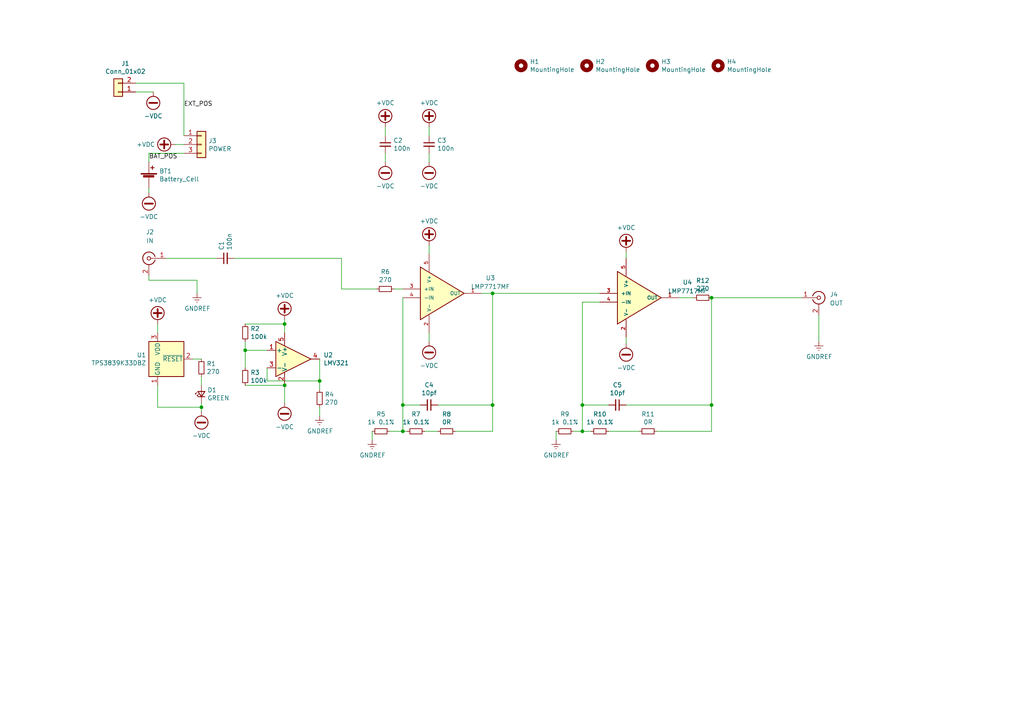
<source format=kicad_sch>
(kicad_sch (version 20211123) (generator eeschema)
  (paper "A4")
  (lib_symbols
    (symbol "Amplifier_Operational:LMV321" (pin_names (offset 0.127))
      (property "Reference" "U" (at 0 5.08 0))
      (property "Value" "LMV321" (at 0 -5.08 0))
      (symbol "LMV321_0_1"
        (polyline (pts (xy -5.08 5.08) (xy 5.08 0) (xy -5.08 -5.08) (xy -5.08 5.08)) (stroke (width 0.254)) (fill (type background)))
        (pin power_in line (at -2.54 -7.62 90) (length 3.81) (name "V-") (number "2"))
        (pin power_in line (at -2.54 7.62 270) (length 3.81) (name "V+") (number "5"))
      )
      (symbol "LMV321_1_1"
        (pin input line (at -7.62 2.54 0) (length 2.54) (name "+") (number "1"))
        (pin input line (at -7.62 -2.54 0) (length 2.54) (name "-") (number "3"))
        (pin output line (at 7.62 0 180) (length 2.54) (name "~") (number "4"))
      )
    )
    (symbol "Connector:Conn_Coaxial" (pin_names (offset 1.016) hide)
      (property "Reference" "J" (at 0.254 3.048 0))
      (property "Value" "Conn_Coaxial" (at 2.921 0 90))
      (symbol "Conn_Coaxial_0_1"
        (arc (start -1.778 -0.508) (mid 0.2311 -1.8066) (end 1.778 0) (stroke (width 0.254)))
        (polyline (pts (xy -2.54 0) (xy -0.508 0)))
        (polyline (pts (xy 0 -2.54) (xy 0 -1.778)))
        (circle (center 0 0) (radius 0.508) (stroke (width 0.2032)))
        (arc (start 1.778 0) (mid 0.2099 1.8101) (end -1.778 0.508) (stroke (width 0.254)))
      )
      (symbol "Conn_Coaxial_1_1"
        (pin passive line (at -5.08 0 0) (length 2.54) (name "In") (number "1"))
        (pin passive line (at 0 -5.08 90) (length 2.54) (name "Ext") (number "2"))
      )
    )
    (symbol "Connector_Generic:Conn_01x02" (pin_names (offset 1.016) hide)
      (property "Reference" "J" (at 0 2.54 0))
      (property "Value" "Conn_01x02" (at 0 -5.08 0))
      (symbol "Conn_01x02_1_1"
        (rectangle (start -1.27 -2.413) (end 0 -2.667) (stroke (width 0.1524)))
        (rectangle (start -1.27 0.127) (end 0 -0.127) (stroke (width 0.1524)))
        (rectangle (start -1.27 1.27) (end 1.27 -3.81) (stroke (width 0.254)) (fill (type background)))
        (pin passive line (at -5.08 0 0) (length 3.81) (name "Pin_1") (number "1"))
        (pin passive line (at -5.08 -2.54 0) (length 3.81) (name "Pin_2") (number "2"))
      )
    )
    (symbol "Connector_Generic:Conn_01x03" (pin_names (offset 1.016) hide)
      (property "Reference" "J" (at 0 5.08 0))
      (property "Value" "Conn_01x03" (at 0 -5.08 0))
      (symbol "Conn_01x03_1_1"
        (rectangle (start -1.27 -2.413) (end 0 -2.667) (stroke (width 0.1524)))
        (rectangle (start -1.27 0.127) (end 0 -0.127) (stroke (width 0.1524)))
        (rectangle (start -1.27 2.667) (end 0 2.413) (stroke (width 0.1524)))
        (rectangle (start -1.27 3.81) (end 1.27 -3.81) (stroke (width 0.254)) (fill (type background)))
        (pin passive line (at -5.08 2.54 0) (length 3.81) (name "Pin_1") (number "1"))
        (pin passive line (at -5.08 0 0) (length 3.81) (name "Pin_2") (number "2"))
        (pin passive line (at -5.08 -2.54 0) (length 3.81) (name "Pin_3") (number "3"))
      )
    )
    (symbol "Device:Battery_Cell" (pin_numbers hide) (pin_names (offset 0) hide)
      (property "Reference" "BT" (at 2.54 2.54 0))
      (property "Value" "Battery_Cell" (at 2.54 0 0))
      (symbol "Battery_Cell_0_1"
        (rectangle (start -2.286 1.778) (end 2.286 1.524) (fill (type outline)))
        (rectangle (start -1.5748 1.1938) (end 1.4732 0.6858) (fill (type outline)))
        (polyline (pts (xy 0 0.762) (xy 0 0)))
        (polyline (pts (xy 0 1.778) (xy 0 2.54)))
        (polyline (pts (xy 0.508 3.429) (xy 1.524 3.429)) (stroke (width 0.254)))
        (polyline (pts (xy 1.016 3.937) (xy 1.016 2.921)) (stroke (width 0.254)))
      )
      (symbol "Battery_Cell_1_1"
        (pin passive line (at 0 5.08 270) (length 2.54) (name "+") (number "1"))
        (pin passive line (at 0 -2.54 90) (length 2.54) (name "-") (number "2"))
      )
    )
    (symbol "Device:C_Small" (pin_numbers hide) (pin_names (offset 0.254) hide)
      (property "Reference" "C" (at 0.254 1.778 0))
      (property "Value" "C_Small" (at 0.254 -2.032 0))
      (symbol "C_Small_0_1"
        (polyline (pts (xy -1.524 -0.508) (xy 1.524 -0.508)) (stroke (width 0.3302)))
        (polyline (pts (xy -1.524 0.508) (xy 1.524 0.508)) (stroke (width 0.3048)))
      )
      (symbol "C_Small_1_1"
        (pin passive line (at 0 2.54 270) (length 2.032) (name "~") (number "1"))
        (pin passive line (at 0 -2.54 90) (length 2.032) (name "~") (number "2"))
      )
    )
    (symbol "Device:LED_Small" (pin_numbers hide) (pin_names (offset 0.254) hide)
      (property "Reference" "D" (at -1.27 3.175 0))
      (property "Value" "LED_Small" (at -4.445 -2.54 0))
      (symbol "LED_Small_0_1"
        (polyline (pts (xy -0.762 -1.016) (xy -0.762 1.016)) (stroke (width 0.254)))
        (polyline (pts (xy 1.016 0) (xy -0.762 0)))
        (polyline (pts (xy 0.762 -1.016) (xy -0.762 0) (xy 0.762 1.016) (xy 0.762 -1.016)) (stroke (width 0.254)))
        (polyline (pts (xy 0 0.762) (xy -0.508 1.27) (xy -0.254 1.27) (xy -0.508 1.27) (xy -0.508 1.016)))
        (polyline (pts (xy 0.508 1.27) (xy 0 1.778) (xy 0.254 1.778) (xy 0 1.778) (xy 0 1.524)))
      )
      (symbol "LED_Small_1_1"
        (pin passive line (at -2.54 0 0) (length 1.778) (name "K") (number "1"))
        (pin passive line (at 2.54 0 180) (length 1.778) (name "A") (number "2"))
      )
    )
    (symbol "Device:R_Small" (pin_numbers hide) (pin_names (offset 0.254) hide)
      (property "Reference" "R" (at 0.762 0.508 0))
      (property "Value" "R_Small" (at 0.762 -1.016 0))
      (symbol "R_Small_0_1"
        (rectangle (start -0.762 1.778) (end 0.762 -1.778) (stroke (width 0.2032)))
      )
      (symbol "R_Small_1_1"
        (pin passive line (at 0 2.54 270) (length 0.762) (name "~") (number "1"))
        (pin passive line (at 0 -2.54 90) (length 0.762) (name "~") (number "2"))
      )
    )
    (symbol "Mechanical:MountingHole" (pin_names (offset 1.016))
      (property "Reference" "H" (at 0 5.08 0))
      (property "Value" "MountingHole" (at 0 3.175 0))
      (symbol "MountingHole_0_1"
        (circle (center 0 0) (radius 1.27) (stroke (width 1.27)))
      )
    )
    (symbol "Power_Supervisor:TPS3839DBZ" (pin_names (offset 0.254))
      (property "Reference" "U" (at 2.54 8.89 0))
      (property "Value" "TPS3839DBZ" (at 2.54 6.35 0))
      (symbol "TPS3839DBZ_0_1"
        (rectangle (start -2.54 5.08) (end 7.62 -5.08) (stroke (width 0.254)) (fill (type background)))
      )
      (symbol "TPS3839DBZ_1_1"
        (pin power_in line (at 0 -7.62 90) (length 2.54) (name "GND") (number "1"))
        (pin output line (at 10.16 0 180) (length 2.54) (name "~{RESET}") (number "2"))
        (pin power_in line (at 0 7.62 270) (length 2.54) (name "VDD") (number "3"))
      )
    )
    (symbol "marcin_library:LMP7717MF" (pin_names (offset 1.016))
      (property "Reference" "U" (at -12.7 11.16 0))
      (property "Value" "LMP7717MF" (at -12.7 -14.16 0))
      (symbol "LMP7717MF_0_0"
        (pin output line (at 15.24 0 180) (length 5.08) (name "OUT") (number "1"))
        (pin power_in line (at 0 -11.43 90) (length 5.08) (name "V-") (number "2"))
        (pin input line (at -7.62 1.27 0) (length 5.08) (name "+IN") (number "3"))
        (pin input line (at -7.62 -1.27 0) (length 5.08) (name "-IN") (number "4"))
        (pin power_in line (at 0 11.43 270) (length 5.08) (name "V+") (number "5"))
      )
      (symbol "LMP7717MF_0_1"
        (polyline (pts (xy -2.54 7.62) (xy 10.16 0) (xy -2.54 -7.62) (xy -2.54 7.62)) (stroke (width 0.254)) (fill (type background)))
      )
    )
    (symbol "power:+VDC" (power) (pin_names (offset 0))
      (property "Value" "+VDC" (at 0 6.35 0))
      (symbol "+VDC_0_1"
        (polyline (pts (xy -1.143 3.175) (xy 1.143 3.175)) (stroke (width 0.508)))
        (polyline (pts (xy 0 0) (xy 0 1.27)))
        (polyline (pts (xy 0 2.032) (xy 0 4.318)) (stroke (width 0.508)))
        (circle (center 0 3.175) (radius 1.905) (stroke (width 0.254)))
      )
      (symbol "+VDC_1_1"
        (pin power_in line (at 0 0 90) (length 0) hide (name "+VDC") (number "1"))
      )
    )
    (symbol "power:-VDC" (power) (pin_names (offset 0))
      (property "Value" "-VDC" (at 0 6.35 0))
      (symbol "-VDC_0_1"
        (polyline (pts (xy -1.143 3.175) (xy 1.143 3.175)) (stroke (width 0.508)))
        (polyline (pts (xy 0 0) (xy 0 1.27)))
        (circle (center 0 3.175) (radius 1.905) (stroke (width 0.254)))
      )
      (symbol "-VDC_1_1"
        (pin power_in line (at 0 0 90) (length 0) hide (name "-VDC") (number "1"))
      )
    )
    (symbol "power:GNDREF" (power) (pin_names (offset 0))
      (property "Value" "GNDREF" (at 0 -3.81 0))
      (symbol "GNDREF_0_1"
        (polyline (pts (xy -0.635 -1.905) (xy 0.635 -1.905)))
        (polyline (pts (xy -0.127 -2.54) (xy 0.127 -2.54)))
        (polyline (pts (xy 0 -1.27) (xy 0 0)))
        (polyline (pts (xy 1.27 -1.27) (xy -1.27 -1.27)))
      )
      (symbol "GNDREF_1_1"
        (pin power_in line (at 0 0 270) (length 0) hide (name "GNDREF") (number "1"))
      )
    )
  )
  (junction (at 168.91 117.475))
  (junction (at 142.875 117.475))
  (junction (at 116.84 125.095))
  (junction (at 142.875 85.09))
  (junction (at 71.12 101.6))
  (junction (at 58.42 118.11))
  (junction (at 116.84 117.475))
  (junction (at 168.91 125.095))
  (junction (at 82.55 93.98))
  (junction (at 206.375 86.36))
  (junction (at 206.375 117.475))
  (junction (at 82.55 111.76))
  (junction (at 92.71 110.49))
  (wire (pts (xy 237.49 91.44) (xy 237.49 99.06)))
  (wire (pts (xy 82.55 96.52) (xy 82.55 93.98)))
  (wire (pts (xy 71.12 93.98) (xy 82.55 93.98)))
  (wire (pts (xy 116.84 125.095) (xy 118.11 125.095)))
  (wire (pts (xy 206.375 86.36) (xy 206.375 117.475)))
  (wire (pts (xy 92.71 113.03) (xy 92.71 110.49)))
  (wire (pts (xy 161.29 125.095) (xy 161.29 127.635)))
  (wire (pts (xy 48.26 74.93) (xy 62.865 74.93)))
  (wire (pts (xy 127 117.475) (xy 142.875 117.475)))
  (wire (pts (xy 107.95 127.635) (xy 107.95 125.095)))
  (wire (pts (xy 111.76 39.37) (xy 111.76 36.83)))
  (wire (pts (xy 124.46 71.12) (xy 124.46 73.66)))
  (wire (pts (xy 181.61 117.475) (xy 206.375 117.475)))
  (wire (pts (xy 43.18 55.88) (xy 43.18 54.61)))
  (wire (pts (xy 168.91 87.63) (xy 168.91 117.475)))
  (wire (pts (xy 53.34 41.91) (xy 50.8 41.91)))
  (wire (pts (xy 109.22 83.82) (xy 99.06 83.82)))
  (wire (pts (xy 116.84 117.475) (xy 116.84 125.095)))
  (wire (pts (xy 71.12 101.6) (xy 71.12 99.06)))
  (wire (pts (xy 71.12 106.68) (xy 71.12 101.6)))
  (wire (pts (xy 39.37 24.13) (xy 53.34 24.13)))
  (wire (pts (xy 142.875 125.095) (xy 142.875 117.475)))
  (wire (pts (xy 58.42 118.11) (xy 45.72 118.11)))
  (wire (pts (xy 82.55 93.98) (xy 82.55 92.71)))
  (wire (pts (xy 124.46 96.52) (xy 124.46 99.06)))
  (wire (pts (xy 171.45 125.095) (xy 168.91 125.095)))
  (wire (pts (xy 57.15 81.28) (xy 43.18 81.28)))
  (wire (pts (xy 173.99 87.63) (xy 168.91 87.63)))
  (wire (pts (xy 53.34 44.45) (xy 43.18 44.45)))
  (wire (pts (xy 82.55 111.76) (xy 82.55 116.84)))
  (wire (pts (xy 58.42 119.38) (xy 58.42 118.11)))
  (wire (pts (xy 58.42 118.11) (xy 58.42 116.84)))
  (wire (pts (xy 132.08 125.095) (xy 142.875 125.095)))
  (wire (pts (xy 39.37 26.67) (xy 44.45 26.67)))
  (wire (pts (xy 176.53 117.475) (xy 168.91 117.475)))
  (wire (pts (xy 58.42 109.22) (xy 58.42 111.76)))
  (wire (pts (xy 114.3 83.82) (xy 116.84 83.82)))
  (wire (pts (xy 77.47 101.6) (xy 71.12 101.6)))
  (wire (pts (xy 77.47 110.49) (xy 92.71 110.49)))
  (wire (pts (xy 124.46 39.37) (xy 124.46 36.83)))
  (wire (pts (xy 124.46 44.45) (xy 124.46 46.99)))
  (wire (pts (xy 58.42 104.14) (xy 55.88 104.14)))
  (wire (pts (xy 139.7 85.09) (xy 142.875 85.09)))
  (wire (pts (xy 142.875 117.475) (xy 142.875 85.09)))
  (wire (pts (xy 176.53 125.095) (xy 185.42 125.095)))
  (wire (pts (xy 99.06 74.93) (xy 99.06 83.82)))
  (wire (pts (xy 121.92 117.475) (xy 116.84 117.475)))
  (wire (pts (xy 111.76 44.45) (xy 111.76 46.99)))
  (wire (pts (xy 206.375 117.475) (xy 206.375 125.095)))
  (wire (pts (xy 77.47 110.49) (xy 77.47 106.68)))
  (wire (pts (xy 45.72 118.11) (xy 45.72 111.76)))
  (wire (pts (xy 71.12 111.76) (xy 82.55 111.76)))
  (wire (pts (xy 92.71 110.49) (xy 92.71 104.14)))
  (wire (pts (xy 45.72 93.98) (xy 45.72 96.52)))
  (wire (pts (xy 190.5 125.095) (xy 206.375 125.095)))
  (wire (pts (xy 57.15 85.09) (xy 57.15 81.28)))
  (wire (pts (xy 168.91 125.095) (xy 168.91 117.475)))
  (wire (pts (xy 181.61 97.79) (xy 181.61 99.695)))
  (wire (pts (xy 181.61 73.025) (xy 181.61 74.93)))
  (wire (pts (xy 67.945 74.93) (xy 99.06 74.93)))
  (wire (pts (xy 166.37 125.095) (xy 168.91 125.095)))
  (wire (pts (xy 206.375 86.36) (xy 232.41 86.36)))
  (wire (pts (xy 116.84 86.36) (xy 116.84 117.475)))
  (wire (pts (xy 142.875 85.09) (xy 173.99 85.09)))
  (wire (pts (xy 43.18 81.28) (xy 43.18 80.01)))
  (wire (pts (xy 196.85 86.36) (xy 201.295 86.36)))
  (wire (pts (xy 92.71 120.65) (xy 92.71 118.11)))
  (wire (pts (xy 127 125.095) (xy 123.19 125.095)))
  (wire (pts (xy 43.18 44.45) (xy 43.18 46.99)))
  (wire (pts (xy 113.03 125.095) (xy 116.84 125.095)))
  (wire (pts (xy 53.34 39.37) (xy 53.34 24.13)))
  (label "EXT_POS" (at 53.34 31.115 0))
  (label "BAT_POS" (at 43.18 46.355 0))
  (symbol (lib_id "power:GNDREF") (at 92.71 120.65 0) (unit 1)
    (property "Reference" "#PWR09" (effects hide))
    (property "Value" "GNDREF" (at 92.837 125.0442 0))
  )
  (symbol (lib_id "power:-VDC") (at 82.55 116.84 180) (unit 1)
    (property "Reference" "#PWR08" (effects hide))
    (property "Value" "-VDC" (at 82.55 123.825 0))
  )
  (symbol (lib_id "power:+VDC") (at 82.55 92.71 0) (unit 1)
    (property "Reference" "#PWR07" (effects hide))
    (property "Value" "+VDC" (at 82.55 85.725 0))
  )
  (symbol (lib_id "power:+VDC") (at 124.46 71.12 0) (unit 1)
    (property "Reference" "#PWR015" (effects hide))
    (property "Value" "+VDC" (at 124.46 64.135 0))
  )
  (symbol (lib_id "power:+VDC") (at 181.61 73.025 0) (unit 1)
    (property "Reference" "#PWR018" (effects hide))
    (property "Value" "+VDC" (at 181.61 66.04 0))
  )
  (symbol (lib_id "power:-VDC") (at 124.46 99.06 180) (unit 1)
    (property "Reference" "#PWR016" (effects hide))
    (property "Value" "-VDC" (at 124.46 106.045 0))
  )
  (symbol (lib_id "power:-VDC") (at 181.61 99.695 180) (unit 1)
    (property "Reference" "#PWR019" (effects hide))
    (property "Value" "-VDC" (at 181.61 106.68 0))
  )
  (symbol (lib_id "Device:C_Small") (at 111.76 41.91 0) (unit 1)
    (property "Reference" "C2" (at 114.0968 40.7416 0) (effects (justify left)))
    (property "Value" "100n" (at 114.0968 43.053 0) (effects (justify left)))
    (property "Footprint" "Capacitor_SMD:C_0805_2012Metric_Pad1.18x1.45mm_HandSolder" (effects hide))
    (property "LCSC" "C49678" (effects hide))
  )
  (symbol (lib_id "power:+VDC") (at 111.76 36.83 0) (unit 1)
    (property "Reference" "#PWR011" (effects hide))
    (property "Value" "+VDC" (at 111.76 29.845 0))
  )
  (symbol (lib_id "power:-VDC") (at 111.76 46.99 180) (unit 1)
    (property "Reference" "#PWR012" (effects hide))
    (property "Value" "-VDC" (at 111.76 53.975 0))
  )
  (symbol (lib_id "Device:C_Small") (at 124.46 41.91 0) (unit 1)
    (property "Reference" "C3" (at 126.7968 40.7416 0) (effects (justify left)))
    (property "Value" "100n" (at 126.7968 43.053 0) (effects (justify left)))
    (property "Footprint" "Capacitor_SMD:C_0805_2012Metric_Pad1.18x1.45mm_HandSolder" (effects hide))
    (property "LCSC" "C49678" (effects hide))
  )
  (symbol (lib_id "power:+VDC") (at 124.46 36.83 0) (unit 1)
    (property "Reference" "#PWR013" (effects hide))
    (property "Value" "+VDC" (at 124.46 29.845 0))
  )
  (symbol (lib_id "power:-VDC") (at 124.46 46.99 180) (unit 1)
    (property "Reference" "#PWR014" (effects hide))
    (property "Value" "-VDC" (at 124.46 53.975 0))
  )
  (symbol (lib_id "Device:R_Small") (at 111.76 83.82 270) (unit 1)
    (property "Reference" "R6" (at 111.76 78.8416 90))
    (property "Value" "270" (at 111.76 81.153 90))
    (property "Footprint" "Resistor_SMD:R_0603_1608Metric_Pad0.98x0.95mm_HandSolder" (effects hide))
    (property "LCSC" "C22966" (effects hide))
  )
  (symbol (lib_id "Device:C_Small") (at 124.46 117.475 270) (unit 1)
    (property "Reference" "C4" (at 124.46 111.6584 90))
    (property "Value" "10pf" (at 124.46 113.9698 90))
    (property "Footprint" "Capacitor_SMD:C_0805_2012Metric_Pad1.18x1.45mm_HandSolder" (effects hide))
    (property "LCSC" "C107110" (effects hide))
  )
  (symbol (lib_id "Device:C_Small") (at 179.07 117.475 270) (unit 1)
    (property "Reference" "C5" (at 179.07 111.6584 90))
    (property "Value" "10pf" (at 179.07 113.9698 90))
    (property "Footprint" "Capacitor_SMD:C_0805_2012Metric_Pad1.18x1.45mm_HandSolder" (effects hide))
    (property "LCSC" "C107110" (effects hide))
  )
  (symbol (lib_id "Device:R_Small") (at 203.835 86.36 270) (unit 1)
    (property "Reference" "R12" (at 203.835 81.3816 90))
    (property "Value" "270" (at 203.835 83.693 90))
    (property "Footprint" "Resistor_SMD:R_0603_1608Metric_Pad0.98x0.95mm_HandSolder" (effects hide))
    (property "LCSC" "C22966" (effects hide))
  )
  (symbol (lib_id "Device:R_Small") (at 173.99 125.095 270) (unit 1)
    (property "Reference" "R10" (at 173.99 120.1166 90))
    (property "Value" "1k 0.1%" (at 173.99 122.428 90))
    (property "Footprint" "Resistor_SMD:R_0805_2012Metric_Pad1.20x1.40mm_HandSolder" (effects hide))
    (property "LCSC" "C17513" (effects hide))
  )
  (symbol (lib_id "Device:R_Small") (at 187.96 125.095 270) (unit 1)
    (property "Reference" "R11" (at 187.96 120.1166 90))
    (property "Value" "0R" (at 187.96 122.428 90))
    (property "Footprint" "Resistor_SMD:R_0805_2012Metric_Pad1.20x1.40mm_HandSolder" (effects hide))
    (property "LCSC" "C17477" (effects hide))
  )
  (symbol (lib_id "Device:R_Small") (at 120.65 125.095 270) (unit 1)
    (property "Reference" "R7" (at 120.65 120.1166 90))
    (property "Value" "1k 0.1%" (at 120.65 122.428 90))
    (property "Footprint" "Resistor_SMD:R_0805_2012Metric_Pad1.20x1.40mm_HandSolder" (effects hide))
    (property "LCSC" "C17513" (effects hide))
  )
  (symbol (lib_id "Device:R_Small") (at 129.54 125.095 270) (unit 1)
    (property "Reference" "R8" (at 129.54 120.1166 90))
    (property "Value" "0R" (at 129.54 122.428 90))
    (property "Footprint" "Resistor_SMD:R_0805_2012Metric_Pad1.20x1.40mm_HandSolder" (effects hide))
    (property "LCSC" "C17477" (effects hide))
  )
  (symbol (lib_id "Device:R_Small") (at 110.49 125.095 270) (unit 1)
    (property "Reference" "R5" (at 110.49 120.1166 90))
    (property "Value" "1k 0.1%" (at 110.49 122.428 90))
    (property "Footprint" "Resistor_SMD:R_0805_2012Metric_Pad1.20x1.40mm_HandSolder" (effects hide))
    (property "LCSC" "C17513" (effects hide))
  )
  (symbol (lib_id "Device:R_Small") (at 163.83 125.095 270) (unit 1)
    (property "Reference" "R9" (at 163.83 120.1166 90))
    (property "Value" "1k 0.1%" (at 163.83 122.428 90))
    (property "Footprint" "Resistor_SMD:R_0805_2012Metric_Pad1.20x1.40mm_HandSolder" (effects hide))
    (property "LCSC" "C17513" (effects hide))
  )
  (symbol (lib_id "power:GNDREF") (at 161.29 127.635 0) (unit 1)
    (property "Reference" "#PWR017" (effects hide))
    (property "Value" "GNDREF" (at 161.417 132.0292 0))
  )
  (symbol (lib_id "power:GNDREF") (at 107.95 127.635 0) (unit 1)
    (property "Reference" "#PWR010" (effects hide))
    (property "Value" "GNDREF" (at 108.077 132.0292 0))
  )
  (symbol (lib_id "Amplifier_Operational:LMV321") (at 85.09 104.14 0) (unit 1)
    (property "Reference" "U2" (at 93.8276 102.9716 0) (effects (justify left)))
    (property "Value" "LMV321" (at 93.8276 105.283 0) (effects (justify left)))
    (property "Footprint" "Package_TO_SOT_SMD:SOT-23-5_HandSoldering" (effects hide))
    (property "Datasheet" "http://www.ti.com/lit/ds/symlink/lmv324.pdf" (effects hide))
    (property "LCSC" "C7972" (effects hide))
  )
  (symbol (lib_id "Device:R_Small") (at 92.71 115.57 180) (unit 1)
    (property "Reference" "R4" (at 94.2086 114.4016 0) (effects (justify right)))
    (property "Value" "270" (at 94.2086 116.713 0) (effects (justify right)))
    (property "Footprint" "Resistor_SMD:R_0603_1608Metric_Pad0.98x0.95mm_HandSolder" (effects hide))
    (property "LCSC" "C22966" (effects hide))
  )
  (symbol (lib_id "Device:R_Small") (at 71.12 109.22 180) (unit 1)
    (property "Reference" "R3" (at 72.6186 108.0516 0) (effects (justify right)))
    (property "Value" "100k" (at 72.6186 110.363 0) (effects (justify right)))
    (property "Footprint" "Resistor_SMD:R_0603_1608Metric_Pad0.98x0.95mm_HandSolder" (effects hide))
    (property "LCSC" "C25803" (effects hide))
  )
  (symbol (lib_id "Device:R_Small") (at 71.12 96.52 180) (unit 1)
    (property "Reference" "R2" (at 72.6186 95.3516 0) (effects (justify right)))
    (property "Value" "100k" (at 72.6186 97.663 0) (effects (justify right)))
    (property "Footprint" "Resistor_SMD:R_0603_1608Metric_Pad0.98x0.95mm_HandSolder" (effects hide))
    (property "LCSC" "C25803" (effects hide))
  )
  (symbol (lib_id "Power_Supervisor:TPS3839DBZ") (at 45.72 104.14 0) (unit 1)
    (property "Reference" "U1" (at 42.418 102.9716 0) (effects (justify right)))
    (property "Value" "TPS3839K33DBZ" (at 42.418 105.283 0) (effects (justify right)))
    (property "Footprint" "Package_TO_SOT_SMD:SOT-23" (effects hide))
    (property "Datasheet" "http://www.ti.com/lit/ds/sbvs193d/sbvs193d.pdf" (effects hide))
    (property "LCSC" "C96333" (effects hide))
  )
  (symbol (lib_id "Device:R_Small") (at 58.42 106.68 180) (unit 1)
    (property "Reference" "R1" (at 59.9186 105.5116 0) (effects (justify right)))
    (property "Value" "270" (at 59.9186 107.823 0) (effects (justify right)))
    (property "Footprint" "Resistor_SMD:R_0603_1608Metric_Pad0.98x0.95mm_HandSolder" (effects hide))
    (property "LCSC" "C22966" (effects hide))
  )
  (symbol (lib_id "Device:LED_Small") (at 58.42 114.3 90) (unit 1)
    (property "Reference" "D1" (at 60.1472 113.1316 90) (effects (justify right)))
    (property "Value" "GREEN" (at 60.1472 115.443 90) (effects (justify right)))
    (property "Footprint" "LED_SMD:LED_0805_2012Metric_Pad1.15x1.40mm_HandSolder" (effects hide))
    (property "LCSC" "DO NOT POPULATE" (effects hide))
  )
  (symbol (lib_id "power:-VDC") (at 58.42 119.38 180) (unit 1)
    (property "Reference" "#PWR06" (effects hide))
    (property "Value" "-VDC" (at 58.42 126.365 0))
  )
  (symbol (lib_id "power:+VDC") (at 45.72 93.98 0) (unit 1)
    (property "Reference" "#PWR03" (effects hide))
    (property "Value" "+VDC" (at 45.72 86.995 0))
  )
  (symbol (lib_id "Connector_Generic:Conn_01x02") (at 34.29 26.67 180) (unit 1)
    (property "Reference" "J1" (at 36.3728 18.415 0))
    (property "Value" "Conn_01x02" (at 36.3728 20.7264 0))
    (property "Footprint" "Connector_PinHeader_2.54mm:PinHeader_1x02_P2.54mm_Vertical" (effects hide))
    (property "LCSC" "DO NOT POPULATE" (effects hide))
  )
  (symbol (lib_id "power:+VDC") (at 50.8 41.91 90) (unit 1)
    (property "Reference" "#PWR04" (effects hide))
    (property "Value" "+VDC" (at 44.9834 41.91 90) (effects (justify left)))
  )
  (symbol (lib_id "power:-VDC") (at 44.45 26.67 180) (unit 1)
    (property "Reference" "#PWR02" (effects hide))
    (property "Value" "-VDC" (at 44.45 33.655 0))
  )
  (symbol (lib_id "Device:Battery_Cell") (at 43.18 52.07 0) (unit 1)
    (property "Reference" "BT1" (at 46.1772 49.6316 0) (effects (justify left)))
    (property "Value" "Battery_Cell" (at 46.1772 51.943 0) (effects (justify left)))
    (property "Footprint" "Battery:BatteryHolder_Keystone_1060_1x2032" (effects hide))
    (property "LCSC" "DO NOT POPULATE" (effects hide))
  )
  (symbol (lib_id "Connector_Generic:Conn_01x03") (at 58.42 41.91 0) (unit 1)
    (property "Reference" "J3" (at 60.452 40.8432 0) (effects (justify left)))
    (property "Value" "POWER" (at 60.452 43.1546 0) (effects (justify left)))
    (property "Footprint" "Connector_PinHeader_2.54mm:PinHeader_1x03_P2.54mm_Vertical" (effects hide))
    (property "LCSC" "DO NOT POPULATE" (effects hide))
  )
  (symbol (lib_id "power:-VDC") (at 43.18 55.88 180) (unit 1)
    (property "Reference" "#PWR01" (effects hide))
    (property "Value" "-VDC" (at 43.18 62.865 0))
  )
  (symbol (lib_id "Mechanical:MountingHole") (at 151.13 19.05 0) (unit 1)
    (property "Reference" "H1" (at 153.67 17.8816 0) (effects (justify left)))
    (property "Value" "MountingHole" (at 153.67 20.193 0) (effects (justify left)))
    (property "Footprint" "MountingHole:MountingHole_2.2mm_M2" (effects hide))
    (property "LCSC" "DO NOT POPULATE" (effects hide))
  )
  (symbol (lib_id "Mechanical:MountingHole") (at 170.18 19.05 0) (unit 1)
    (property "Reference" "H2" (at 172.72 17.8816 0) (effects (justify left)))
    (property "Value" "MountingHole" (at 172.72 20.193 0) (effects (justify left)))
    (property "Footprint" "MountingHole:MountingHole_2.2mm_M2" (effects hide))
    (property "LCSC" "DO NOT POPULATE" (effects hide))
  )
  (symbol (lib_id "Mechanical:MountingHole") (at 189.23 19.05 0) (unit 1)
    (property "Reference" "H3" (at 191.77 17.8816 0) (effects (justify left)))
    (property "Value" "MountingHole" (at 191.77 20.193 0) (effects (justify left)))
    (property "Footprint" "MountingHole:MountingHole_2.2mm_M2" (effects hide))
    (property "LCSC" "DO NOT POPULATE" (effects hide))
  )
  (symbol (lib_id "Mechanical:MountingHole") (at 208.28 19.05 0) (unit 1)
    (property "Reference" "H4" (at 210.82 17.8816 0) (effects (justify left)))
    (property "Value" "MountingHole" (at 210.82 20.193 0) (effects (justify left)))
    (property "Footprint" "MountingHole:MountingHole_2.2mm_M2" (effects hide))
    (property "LCSC" "DO NOT POPULATE" (effects hide))
  )
  (symbol (lib_id "power:GNDREF") (at 237.49 99.06 0) (unit 1)
    (property "Reference" "#PWR020" (effects hide))
    (property "Value" "GNDREF" (at 237.617 103.4542 0))
  )
  (symbol (lib_id "power:GNDREF") (at 57.15 85.09 0) (unit 1)
    (property "Reference" "#PWR05" (effects hide))
    (property "Value" "GNDREF" (at 57.277 89.4842 0))
  )
  (symbol (lib_id "marcin_library:LMP7717MF") (at 181.61 86.36 0) (unit 1)
    (property "Reference" "U4" (at 199.39 81.8896 0))
    (property "Value" "LMP7717MF" (at 199.39 84.4296 0))
    (property "Footprint" "marcin_library:SOT95P280X145-5N" (effects hide))
    (property "LCSC" "C202279" (effects hide))
  )
  (symbol (lib_id "Connector:Conn_Coaxial") (at 237.49 86.36 0) (unit 1)
    (property "Reference" "J4" (at 240.665 85.3831 0) (effects (justify left)))
    (property "Value" "OUT" (at 240.665 87.9231 0) (effects (justify left)))
    (property "Footprint" "Connector_Coaxial:BNC_TEConnectivity_1478204_Vertical" (effects hide))
    (property "Datasheet" " ~" (effects hide))
    (property "LCSC" "DO NOT POPULATE" (effects hide))
  )
  (symbol (lib_id "Device:C_Small") (at 65.405 74.93 90) (unit 1)
    (property "Reference" "C1" (at 64.2366 72.5932 0) (effects (justify left)))
    (property "Value" "100n" (at 66.548 72.5932 0) (effects (justify left)))
    (property "Footprint" "Capacitor_SMD:C_0805_2012Metric_Pad1.18x1.45mm_HandSolder" (effects hide))
    (property "LCSC" "C49678" (effects hide))
  )
  (symbol (lib_id "marcin_library:LMP7717MF") (at 124.46 85.09 0) (unit 1)
    (property "Reference" "U3" (at 142.24 80.6196 0))
    (property "Value" "LMP7717MF" (at 142.24 83.1596 0))
    (property "Footprint" "marcin_library:SOT95P280X145-5N" (effects hide))
    (property "LCSC" "C202279" (effects hide))
  )
  (symbol (lib_id "Connector:Conn_Coaxial") (at 43.18 74.93 0) (mirror y) (unit 1)
    (property "Reference" "J2" (at 43.4974 67.31 0))
    (property "Value" "IN" (at 43.4974 69.85 0))
    (property "Footprint" "Connector_Coaxial:BNC_TEConnectivity_1478204_Vertical" (effects hide))
    (property "Datasheet" " ~" (effects hide))
    (property "LCSC" "DO NOT POPULATE" (effects hide))
  )
)
</source>
